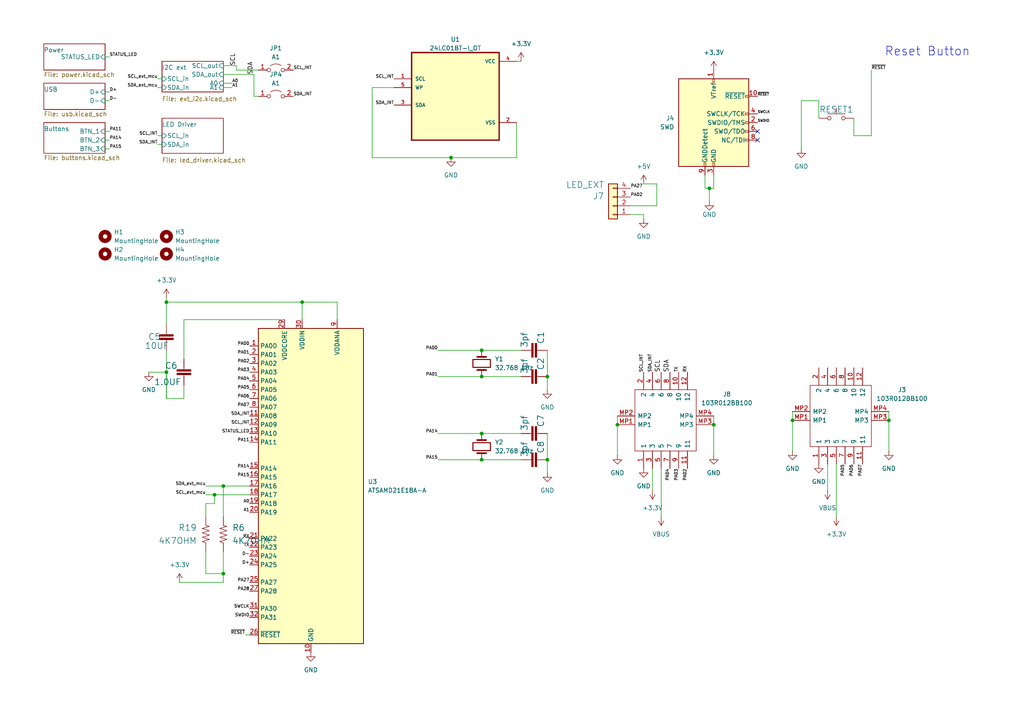
<source format=kicad_sch>
(kicad_sch (version 20231120) (generator "eeschema") (generator_version "8.0")
  (paper "A4")
  (lib_symbols
    (symbol "24LC01BT-I_OT:24LC01BT-I_OT" (pin_names (offset 1.016))
      (property "Reference" "U" (at -12.7 13.6906 0))
      (property "Value" "24LC01BT-I_OT" (at -12.7 -16.6878 0))
      (symbol "24LC01BT-I_OT_0_0"
        (rectangle (start -12.7 -12.7) (end 12.7 12.7) (stroke (width 0.4064)) (fill (type background)))
        (pin input line (at -17.78 5.08 0) (length 5.08) (name "SCL") (number "1"))
        (pin power_in line (at 17.78 -7.62 180) (length 5.08) (name "VSS") (number "2"))
        (pin bidirectional line (at -17.78 -2.54 0) (length 5.08) (name "SDA") (number "3"))
        (pin power_in line (at 17.78 10.16 180) (length 5.08) (name "VCC") (number "4"))
        (pin input line (at -17.78 2.54 0) (length 5.08) (name "WP") (number "5"))
      )
    )
    (symbol "Connector:Conn_ARM_JTAG_SWD_10" (pin_names (offset 1.016))
      (property "Reference" "J" (at -2.54 16.51 0))
      (property "Value" "Conn_ARM_JTAG_SWD_10" (at -2.54 13.97 0))
      (symbol "Conn_ARM_JTAG_SWD_10_0_1"
        (rectangle (start -10.16 12.7) (end 10.16 -12.7) (stroke (width 0.254)) (fill (type background)))
        (rectangle (start -2.794 -12.7) (end -2.286 -11.684))
        (rectangle (start -0.254 -12.7) (end 0.254 -11.684))
        (rectangle (start -0.254 12.7) (end 0.254 11.684))
        (rectangle (start 9.144 2.286) (end 10.16 2.794))
        (rectangle (start 10.16 -2.794) (end 9.144 -2.286))
        (rectangle (start 10.16 -0.254) (end 9.144 0.254))
        (rectangle (start 10.16 7.874) (end 9.144 7.366))
      )
      (symbol "Conn_ARM_JTAG_SWD_10_1_1"
        (rectangle (start 9.144 -5.334) (end 10.16 -4.826))
        (pin power_in line (at 0 15.24 270) (length 2.54) (name "VTref") (number "1"))
        (pin open_collector line (at 12.7 7.62 180) (length 2.54) (name "~{RESET}") (number "10"))
        (pin bidirectional line (at 12.7 0 180) (length 2.54) (name "SWDIO/TMS") (number "2"))
        (pin power_in line (at 0 -15.24 90) (length 2.54) (name "GND") (number "3"))
        (pin output line (at 12.7 2.54 180) (length 2.54) (name "SWCLK/TCK") (number "4"))
        (pin passive line (at 0 -15.24 90) (length 2.54) hide (name "GND") (number "5"))
        (pin input line (at 12.7 -2.54 180) (length 2.54) (name "SWO/TDO") (number "6"))
        (pin no_connect line (at -10.16 0 0) (length 2.54) hide (name "KEY") (number "7"))
        (pin output line (at 12.7 -5.08 180) (length 2.54) (name "NC/TDI") (number "8"))
        (pin passive line (at -2.54 -15.24 90) (length 2.54) (name "GNDDetect") (number "9"))
      )
    )
    (symbol "Connector_Generic:Conn_01x04" (pin_names (offset 1.016) hide)
      (property "Reference" "J" (at 0 5.08 0))
      (property "Value" "Conn_01x04" (at 0 -7.62 0))
      (symbol "Conn_01x04_1_1"
        (rectangle (start -1.27 -4.953) (end 0 -5.207) (stroke (width 0.1524)))
        (rectangle (start -1.27 -2.413) (end 0 -2.667) (stroke (width 0.1524)))
        (rectangle (start -1.27 0.127) (end 0 -0.127) (stroke (width 0.1524)))
        (rectangle (start -1.27 2.667) (end 0 2.413) (stroke (width 0.1524)))
        (rectangle (start -1.27 3.81) (end 1.27 -6.35) (stroke (width 0.254)) (fill (type background)))
        (pin passive line (at -5.08 2.54 0) (length 3.81) (name "Pin_1") (number "1"))
        (pin passive line (at -5.08 0 0) (length 3.81) (name "Pin_2") (number "2"))
        (pin passive line (at -5.08 -2.54 0) (length 3.81) (name "Pin_3") (number "3"))
        (pin passive line (at -5.08 -5.08 0) (length 3.81) (name "Pin_4") (number "4"))
      )
    )
    (symbol "Device:Crystal" (pin_numbers hide) (pin_names (offset 1.016) hide)
      (property "Reference" "Y" (at 0 3.81 0))
      (property "Value" "Crystal" (at 0 -3.81 0))
      (symbol "Crystal_0_1"
        (rectangle (start -1.143 2.54) (end 1.143 -2.54) (stroke (width 0.3048)))
        (polyline (pts (xy -2.54 0) (xy -1.905 0)))
        (polyline (pts (xy -1.905 -1.27) (xy -1.905 1.27)) (stroke (width 0.508)))
        (polyline (pts (xy 1.905 -1.27) (xy 1.905 1.27)) (stroke (width 0.508)))
        (polyline (pts (xy 2.54 0) (xy 1.905 0)))
      )
      (symbol "Crystal_1_1"
        (pin passive line (at -3.81 0 0) (length 1.27) (name "1") (number "1"))
        (pin passive line (at 3.81 0 180) (length 1.27) (name "2") (number "2"))
      )
    )
    (symbol "GND_1" (power) (pin_numbers hide) (pin_names (offset 0) hide)
      (property "Value" "GND" (at 0 -3.81 0))
      (symbol "GND_1_0_1"
        (polyline (pts (xy 0 0) (xy 0 -1.27) (xy 1.27 -1.27) (xy 0 -2.54) (xy -1.27 -1.27) (xy 0 -1.27)))
      )
      (symbol "GND_1_1_1"
        (pin power_in line (at 0 0 270) (length 0) (name "~") (number "1"))
      )
    )
    (symbol "Jumper:Jumper_2_Open" (pin_names (offset 0) hide)
      (property "Reference" "JP" (at 0 2.794 0))
      (property "Value" "Jumper_2_Open" (at 0 -2.286 0))
      (symbol "Jumper_2_Open_0_0"
        (circle (center -2.032 0) (radius 0.508))
        (circle (center 2.032 0) (radius 0.508))
      )
      (symbol "Jumper_2_Open_0_1"
        (arc (start 1.524 1.27) (mid 0 1.778) (end -1.524 1.27))
      )
      (symbol "Jumper_2_Open_1_1"
        (pin passive line (at -5.08 0 0) (length 2.54) (name "A") (number "1"))
        (pin passive line (at 5.08 0 180) (length 2.54) (name "B") (number "2"))
      )
    )
    (symbol "MCU_Microchip_SAMD:ATSAMD21E18A-A"
      (property "Reference" "U" (at -13.97 46.99 0))
      (property "Value" "ATSAMD21E18A-A" (at 16.51 46.99 0))
      (symbol "ATSAMD21E18A-A_1_1"
        (rectangle (start -15.24 45.72) (end 15.24 -45.72) (stroke (width 0.254)) (fill (type background)))
        (pin bidirectional line (at -17.78 40.64 0) (length 2.54) (name "PA00") (number "1"))
        (pin power_in line (at 0 -48.26 90) (length 2.54) (name "GND") (number "10"))
        (pin bidirectional line (at -17.78 20.32 0) (length 2.54) (name "PA08") (number "11"))
        (pin bidirectional line (at -17.78 17.78 0) (length 2.54) (name "PA09") (number "12"))
        (pin bidirectional line (at -17.78 15.24 0) (length 2.54) (name "PA10") (number "13"))
        (pin bidirectional line (at -17.78 12.7 0) (length 2.54) (name "PA11") (number "14"))
        (pin bidirectional line (at -17.78 5.08 0) (length 2.54) (name "PA14") (number "15"))
        (pin bidirectional line (at -17.78 2.54 0) (length 2.54) (name "PA15") (number "16"))
        (pin bidirectional line (at -17.78 0 0) (length 2.54) (name "PA16") (number "17"))
        (pin bidirectional line (at -17.78 -2.54 0) (length 2.54) (name "PA17") (number "18"))
        (pin bidirectional line (at -17.78 -5.08 0) (length 2.54) (name "PA18") (number "19"))
        (pin bidirectional line (at -17.78 38.1 0) (length 2.54) (name "PA01") (number "2"))
        (pin bidirectional line (at -17.78 -7.62 0) (length 2.54) (name "PA19") (number "20"))
        (pin bidirectional line (at -17.78 -15.24 0) (length 2.54) (name "PA22") (number "21"))
        (pin bidirectional line (at -17.78 -17.78 0) (length 2.54) (name "PA23") (number "22"))
        (pin bidirectional line (at -17.78 -20.32 0) (length 2.54) (name "PA24") (number "23"))
        (pin bidirectional line (at -17.78 -22.86 0) (length 2.54) (name "PA25") (number "24"))
        (pin bidirectional line (at -17.78 -27.94 0) (length 2.54) (name "PA27") (number "25"))
        (pin input line (at -17.78 -43.18 0) (length 2.54) (name "~{RESET}") (number "26"))
        (pin bidirectional line (at -17.78 -30.48 0) (length 2.54) (name "PA28") (number "27"))
        (pin passive line (at 0 -48.26 90) (length 2.54) hide (name "GND") (number "28"))
        (pin power_out line (at -7.62 48.26 270) (length 2.54) (name "VDDCORE") (number "29"))
        (pin bidirectional line (at -17.78 35.56 0) (length 2.54) (name "PA02") (number "3"))
        (pin power_in line (at -2.54 48.26 270) (length 2.54) (name "VDDIN") (number "30"))
        (pin bidirectional line (at -17.78 -35.56 0) (length 2.54) (name "PA30") (number "31"))
        (pin bidirectional line (at -17.78 -38.1 0) (length 2.54) (name "PA31") (number "32"))
        (pin bidirectional line (at -17.78 33.02 0) (length 2.54) (name "PA03") (number "4"))
        (pin bidirectional line (at -17.78 30.48 0) (length 2.54) (name "PA04") (number "5"))
        (pin bidirectional line (at -17.78 27.94 0) (length 2.54) (name "PA05") (number "6"))
        (pin bidirectional line (at -17.78 25.4 0) (length 2.54) (name "PA06") (number "7"))
        (pin bidirectional line (at -17.78 22.86 0) (length 2.54) (name "PA07") (number "8"))
        (pin power_in line (at 7.62 48.26 270) (length 2.54) (name "VDDANA") (number "9"))
      )
    )
    (symbol "Mechanical:MountingHole" (pin_names (offset 1.016))
      (property "Reference" "H" (at 0 5.08 0))
      (property "Value" "MountingHole" (at 0 3.175 0))
      (symbol "MountingHole_0_1"
        (circle (center 0 0) (radius 1.27) (stroke (width 1.27)))
      )
    )
    (symbol "SparkFun_Qwiic_Micro_SAMD21E-eagle-import:1.0UF-0402-16V-10%"
      (property "Reference" "C" (at 1.524 2.921 0))
      (symbol "1.0UF-0402-16V-10%_1_0"
        (rectangle (start -2.032 0.508) (end 2.032 1.016) (fill (type outline)))
        (rectangle (start -2.032 1.524) (end 2.032 2.032) (fill (type outline)))
        (polyline (pts (xy 0 0) (xy 0 0.508)) (stroke (width 0.1524)))
        (polyline (pts (xy 0 2.54) (xy 0 2.032)) (stroke (width 0.1524)))
        (pin passive line (at 0 5.08 270) (length 2.54) (name "1") (number "1"))
        (pin passive line (at 0 -2.54 90) (length 2.54) (name "2") (number "2"))
      )
    )
    (symbol "SparkFun_Qwiic_Micro_SAMD21E-eagle-import:10KOHM-0402-1/16W-1%"
      (property "Reference" "R" (at 0 1.524 0))
      (symbol "10KOHM-0402-1/16W-1%_1_0"
        (polyline (pts (xy -2.54 0) (xy -2.159 1.016)) (stroke (width 0.1524)))
        (polyline (pts (xy -2.159 1.016) (xy -1.524 -1.016)) (stroke (width 0.1524)))
        (polyline (pts (xy -1.524 -1.016) (xy -0.889 1.016)) (stroke (width 0.1524)))
        (polyline (pts (xy -0.889 1.016) (xy -0.254 -1.016)) (stroke (width 0.1524)))
        (polyline (pts (xy -0.254 -1.016) (xy 0.381 1.016)) (stroke (width 0.1524)))
        (polyline (pts (xy 0.381 1.016) (xy 1.016 -1.016)) (stroke (width 0.1524)))
        (polyline (pts (xy 1.016 -1.016) (xy 1.651 1.016)) (stroke (width 0.1524)))
        (polyline (pts (xy 1.651 1.016) (xy 2.286 -1.016)) (stroke (width 0.1524)))
        (polyline (pts (xy 2.286 -1.016) (xy 2.54 0)) (stroke (width 0.1524)))
        (pin passive line (at -5.08 0 0) (length 2.54) (name "1") (number "1"))
        (pin passive line (at 5.08 0 180) (length 2.54) (name "2") (number "2"))
      )
    )
    (symbol "SparkFun_Qwiic_Micro_SAMD21E-eagle-import:10UF-0603-6.3V-20%"
      (property "Reference" "C" (at 1.524 2.921 0))
      (symbol "10UF-0603-6.3V-20%_1_0"
        (rectangle (start -2.032 0.508) (end 2.032 1.016) (fill (type outline)))
        (rectangle (start -2.032 1.524) (end 2.032 2.032) (fill (type outline)))
        (polyline (pts (xy 0 0) (xy 0 0.508)) (stroke (width 0.1524)))
        (polyline (pts (xy 0 2.54) (xy 0 2.032)) (stroke (width 0.1524)))
        (pin passive line (at 0 5.08 270) (length 2.54) (name "1") (number "1"))
        (pin passive line (at 0 -2.54 90) (length 2.54) (name "2") (number "2"))
      )
    )
    (symbol "Switch:SW_Push" (pin_numbers hide) (pin_names (offset 1.016) hide)
      (property "Reference" "SW" (at 1.27 2.54 0))
      (property "Value" "SW_Push" (at 0 -1.524 0))
      (symbol "SW_Push_0_1"
        (circle (center -2.032 0) (radius 0.508))
        (polyline (pts (xy 0 1.27) (xy 0 3.048)))
        (polyline (pts (xy 2.54 1.27) (xy -2.54 1.27)))
        (circle (center 2.032 0) (radius 0.508))
        (pin passive line (at -5.08 0 0) (length 2.54) (name "1") (number "1"))
        (pin passive line (at 5.08 0 180) (length 2.54) (name "2") (number "2"))
      )
    )
    (symbol "mousser:103R012BB100" (pin_names (offset 0.762))
      (property "Reference" "J" (at 24.13 12.7 0))
      (property "Value" "103R012BB100" (at 24.13 10.16 0))
      (symbol "103R012BB100_0_0"
        (pin passive line (at 7.62 -15.24 90) (length 5.08) (name "1") (number "1"))
        (pin passive line (at 17.78 12.7 270) (length 5.08) (name "10") (number "10"))
        (pin passive line (at 20.32 -15.24 90) (length 5.08) (name "11") (number "11"))
        (pin passive line (at 20.32 12.7 270) (length 5.08) (name "12") (number "12"))
        (pin passive line (at 7.62 12.7 270) (length 5.08) (name "2") (number "2"))
        (pin passive line (at 10.16 -15.24 90) (length 5.08) (name "3") (number "3"))
        (pin passive line (at 10.16 12.7 270) (length 5.08) (name "4") (number "4"))
        (pin passive line (at 12.7 -15.24 90) (length 5.08) (name "5") (number "5"))
        (pin passive line (at 12.7 12.7 270) (length 5.08) (name "6") (number "6"))
        (pin passive line (at 15.24 -15.24 90) (length 5.08) (name "7") (number "7"))
        (pin passive line (at 15.24 12.7 270) (length 5.08) (name "8") (number "8"))
        (pin passive line (at 17.78 -15.24 90) (length 5.08) (name "9") (number "9"))
        (pin passive line (at 0 -2.54 0) (length 5.08) (name "MP1") (number "MP1"))
        (pin passive line (at 0 0 0) (length 5.08) (name "MP2") (number "MP2"))
        (pin passive line (at 27.94 -2.54 180) (length 5.08) (name "MP3") (number "MP3"))
        (pin passive line (at 27.94 0 180) (length 5.08) (name "MP4") (number "MP4"))
      )
      (symbol "103R012BB100_0_1"
        (polyline (pts (xy 5.08 7.62) (xy 22.86 7.62) (xy 22.86 -10.16) (xy 5.08 -10.16) (xy 5.08 7.62)) (stroke (width 0.1524)))
      )
    )
    (symbol "power:+3.3V" (power) (pin_names (offset 0))
      (property "Value" "+3.3V" (at 0 3.556 0))
      (symbol "+3.3V_0_1"
        (polyline (pts (xy -0.762 1.27) (xy 0 2.54)))
        (polyline (pts (xy 0 0) (xy 0 2.54)))
        (polyline (pts (xy 0 2.54) (xy 0.762 1.27)))
      )
      (symbol "+3.3V_1_1"
        (pin power_in line (at 0 0 90) (length 0) hide (name "+3.3V") (number "1"))
      )
    )
    (symbol "power:+5V" (power) (pin_names (offset 0))
      (property "Value" "+5V" (at 0 3.556 0))
      (symbol "+5V_0_1"
        (polyline (pts (xy -0.762 1.27) (xy 0 2.54)))
        (polyline (pts (xy 0 0) (xy 0 2.54)))
        (polyline (pts (xy 0 2.54) (xy 0.762 1.27)))
      )
      (symbol "+5V_1_1"
        (pin power_in line (at 0 0 90) (length 0) hide (name "+5V") (number "1"))
      )
    )
    (symbol "power:GND" (power) (pin_names (offset 0))
      (property "Value" "GND" (at 0 -3.81 0))
      (symbol "GND_0_1"
        (polyline (pts (xy 0 0) (xy 0 -1.27) (xy 1.27 -1.27) (xy 0 -2.54) (xy -1.27 -1.27) (xy 0 -1.27)))
      )
      (symbol "GND_1_1"
        (pin power_in line (at 0 0 270) (length 0) hide (name "GND") (number "1"))
      )
    )
    (symbol "power:VBUS" (power) (pin_numbers hide) (pin_names (offset 0) hide)
      (property "Value" "VBUS" (at 0 3.556 0))
      (symbol "VBUS_0_1"
        (polyline (pts (xy -0.762 1.27) (xy 0 2.54)))
        (polyline (pts (xy 0 0) (xy 0 2.54)))
        (polyline (pts (xy 0 2.54) (xy 0.762 1.27)))
      )
      (symbol "VBUS_1_1"
        (pin power_in line (at 0 0 90) (length 0) (name "~") (number "1"))
      )
    )
  )
  (junction (at 257.81 121.92))
  (junction (at 139.7 133.35))
  (junction (at 158.75 133.35))
  (junction (at 179.07 123.19))
  (junction (at 139.7 109.22))
  (junction (at 139.7 125.73))
  (junction (at 48.26 87.63))
  (junction (at 158.75 109.22))
  (junction (at 207.01 123.19))
  (junction (at 62.23 143.51))
  (junction (at 229.87 121.92))
  (junction (at 64.77 140.97))
  (junction (at 48.26 107.95))
  (junction (at 87.63 87.63))
  (junction (at 139.7 101.6))
  (junction (at 205.74 54.61))
  (junction (at 130.81 45.72))
  (junction (at 64.77 166.37))
  (no_connect (at 219.71 40.64))
  (no_connect (at 219.71 38.1))
  (wire (pts (xy 68.58 19.05) (xy 68.58 20.32)))
  (wire (pts (xy 149.86 35.56) (xy 149.86 45.72)))
  (wire (pts (xy 64.77 25.4) (xy 67.31 25.4)))
  (wire (pts (xy 186.69 62.23) (xy 186.69 63.5)))
  (wire (pts (xy 64.77 24.13) (xy 67.31 24.13)))
  (wire (pts (xy 62.23 143.51) (xy 72.39 143.51)))
  (wire (pts (xy 64.77 140.97) (xy 72.39 140.97)))
  (wire (pts (xy 64.77 21.59) (xy 73.66 21.59)))
  (wire (pts (xy 207.01 120.65) (xy 207.01 123.19)))
  (wire (pts (xy 59.69 143.51) (xy 62.23 143.51)))
  (wire (pts (xy 45.72 41.91) (xy 46.99 41.91)))
  (wire (pts (xy 190.5 53.34) (xy 186.69 53.34)))
  (wire (pts (xy 190.5 59.69) (xy 190.5 53.34)))
  (wire (pts (xy 204.47 50.8) (xy 204.47 54.61)))
  (wire (pts (xy 64.77 168.91) (xy 64.77 166.37)))
  (wire (pts (xy 139.7 125.73) (xy 151.13 125.73)))
  (wire (pts (xy 30.48 43.18) (xy 31.75 43.18)))
  (wire (pts (xy 82.55 92.71) (xy 53.34 92.71)))
  (wire (pts (xy 62.23 146.05) (xy 62.23 143.51)))
  (wire (pts (xy 59.69 160.02) (xy 59.69 166.37)))
  (wire (pts (xy 53.34 115.57) (xy 48.26 115.57)) (stroke (width 0.1524)))
  (wire (pts (xy 107.95 25.4) (xy 107.95 45.72)))
  (wire (pts (xy 107.95 45.72) (xy 130.81 45.72)))
  (wire (pts (xy 30.48 26.67) (xy 31.75 26.67)))
  (wire (pts (xy 68.58 20.32) (xy 74.93 20.32)))
  (wire (pts (xy 64.77 19.05) (xy 68.58 19.05)))
  (wire (pts (xy 232.41 29.21) (xy 232.41 43.18)) (stroke (width 0.1524)))
  (wire (pts (xy 48.26 107.95) (xy 48.26 115.57)))
  (wire (pts (xy 30.48 38.1) (xy 31.75 38.1)))
  (wire (pts (xy 45.72 22.86) (xy 46.99 22.86)))
  (wire (pts (xy 205.74 54.61) (xy 207.01 54.61)))
  (wire (pts (xy 158.75 133.35) (xy 158.75 137.16)))
  (wire (pts (xy 252.73 20.32) (xy 252.73 39.37)) (stroke (width 0.1524)))
  (wire (pts (xy 59.69 140.97) (xy 64.77 140.97)))
  (wire (pts (xy 229.87 119.38) (xy 229.87 121.92)))
  (wire (pts (xy 30.48 29.21) (xy 31.75 29.21)))
  (wire (pts (xy 247.65 39.37) (xy 252.73 39.37)))
  (wire (pts (xy 189.23 135.89) (xy 189.23 142.24)))
  (wire (pts (xy 127 133.35) (xy 139.7 133.35)))
  (wire (pts (xy 242.57 134.62) (xy 242.57 149.86)))
  (wire (pts (xy 59.69 149.86) (xy 59.69 146.05)))
  (wire (pts (xy 257.81 119.38) (xy 257.81 121.92)))
  (wire (pts (xy 48.26 86.36) (xy 48.26 87.63)) (stroke (width 0.1524)))
  (wire (pts (xy 179.07 120.65) (xy 179.07 123.19)))
  (wire (pts (xy 240.03 134.62) (xy 240.03 142.24)))
  (wire (pts (xy 72.39 184.15) (xy 71.12 184.15)))
  (wire (pts (xy 207.01 50.8) (xy 207.01 54.61)))
  (wire (pts (xy 53.34 111.76) (xy 53.34 115.57)) (stroke (width 0.1524)))
  (wire (pts (xy 64.77 160.02) (xy 64.77 166.37)))
  (wire (pts (xy 191.77 135.89) (xy 191.77 149.86)))
  (wire (pts (xy 205.74 54.61) (xy 205.74 58.42)))
  (wire (pts (xy 158.75 125.73) (xy 158.75 133.35)))
  (wire (pts (xy 247.65 34.29) (xy 247.65 39.37)))
  (wire (pts (xy 182.88 62.23) (xy 186.69 62.23)))
  (wire (pts (xy 48.26 107.95) (xy 48.26 115.57)) (stroke (width 0.1524)))
  (wire (pts (xy 48.26 107.95) (xy 48.26 101.6)) (stroke (width 0.1524)))
  (wire (pts (xy 237.49 29.21) (xy 237.49 34.29)) (stroke (width 0.1524)))
  (wire (pts (xy 52.07 168.91) (xy 64.77 168.91)))
  (wire (pts (xy 139.7 109.22) (xy 151.13 109.22)))
  (wire (pts (xy 130.81 45.72) (xy 149.86 45.72)))
  (wire (pts (xy 139.7 101.6) (xy 151.13 101.6)))
  (wire (pts (xy 59.69 146.05) (xy 62.23 146.05)))
  (wire (pts (xy 30.48 40.64) (xy 31.75 40.64)))
  (wire (pts (xy 53.34 95.25) (xy 53.34 104.14)) (stroke (width 0.1524)))
  (wire (pts (xy 207.01 123.19) (xy 207.01 132.08)))
  (wire (pts (xy 229.87 121.92) (xy 229.87 130.81)))
  (wire (pts (xy 158.75 109.22) (xy 158.75 113.03)))
  (wire (pts (xy 149.86 17.78) (xy 151.13 17.78)))
  (wire (pts (xy 232.41 29.21) (xy 237.49 29.21)) (stroke (width 0.1524)))
  (wire (pts (xy 205.74 54.61) (xy 204.47 54.61)))
  (wire (pts (xy 73.66 21.59) (xy 73.66 27.94)))
  (wire (pts (xy 48.26 87.63) (xy 87.63 87.63)))
  (wire (pts (xy 139.7 133.35) (xy 151.13 133.35)))
  (wire (pts (xy 179.07 123.19) (xy 179.07 132.08)))
  (wire (pts (xy 87.63 87.63) (xy 87.63 92.71)))
  (wire (pts (xy 114.3 25.4) (xy 107.95 25.4)))
  (wire (pts (xy 127 109.22) (xy 139.7 109.22)))
  (wire (pts (xy 43.18 107.95) (xy 48.26 107.95)))
  (wire (pts (xy 182.88 59.69) (xy 190.5 59.69)))
  (wire (pts (xy 257.81 121.92) (xy 257.81 130.81)))
  (wire (pts (xy 53.34 92.71) (xy 53.34 95.25)))
  (wire (pts (xy 48.26 87.63) (xy 48.26 93.98)) (stroke (width 0.1524)))
  (wire (pts (xy 97.79 87.63) (xy 97.79 92.71)))
  (wire (pts (xy 30.48 16.51) (xy 31.75 16.51)))
  (wire (pts (xy 45.72 39.37) (xy 46.99 39.37)))
  (wire (pts (xy 127 101.6) (xy 139.7 101.6)))
  (wire (pts (xy 45.72 25.4) (xy 46.99 25.4)))
  (wire (pts (xy 127 125.73) (xy 139.7 125.73)))
  (wire (pts (xy 64.77 140.97) (xy 64.77 149.86)))
  (wire (pts (xy 158.75 101.6) (xy 158.75 109.22)))
  (wire (pts (xy 73.66 27.94) (xy 74.93 27.94)))
  (wire (pts (xy 87.63 87.63) (xy 97.79 87.63)))
  (wire (pts (xy 59.69 166.37) (xy 64.77 166.37)))
  (text "Reset Button" (at 256.54 16.51 0) (effects (font (size 2.54 2.54)) (justify left bottom)))
  (label "SWCLK" (at 219.71 33.02 0) (effects (font (size 0.7112 0.7112))))
  (label "A1" (at 72.39 148.59 180) (effects (font (size 0.889 0.889))))
  (label "PA06" (at 72.39 115.57 180) (effects (font (size 0.889 0.889))))
  (label "~{RESET}" (at 71.12 184.15 180) (effects (font (size 0.889 0.889))))
  (label "PA04" (at 72.39 110.49 180) (effects (font (size 0.889 0.889))))
  (label "D+" (at 31.75 26.67 0) (effects (font (size 0.889 0.889))))
  (label "PA02" (at 199.39 135.89 270) (effects (font (size 0.889 0.889))))
  (label "~{RESET}" (at 219.71 27.94 0) (effects (font (size 0.7112 0.7112))))
  (label "PA02" (at 182.88 57.15 0) (effects (font (size 0.889 0.889))))
  (label "SDA_INT" (at 114.3 30.48 180) (effects (font (size 0.889 0.889))))
  (label "SCL" (at 191.77 107.95 90))
  (label "STATUS_LED" (at 31.75 16.51 0) (effects (font (size 0.889 0.889))))
  (label "SDA" (at 73.66 21.59 90))
  (label "PA04" (at 194.31 135.89 270) (effects (font (size 0.889 0.889))))
  (label "PA27" (at 182.88 54.61 0) (effects (font (size 0.889 0.889))))
  (label "PA28" (at 72.39 171.45 180) (effects (font (size 0.889 0.889))))
  (label "PA27" (at 72.39 168.91 180) (effects (font (size 0.889 0.889))))
  (label "SCL_INT" (at 72.39 123.19 180) (effects (font (size 0.889 0.889))))
  (label "SDA_INT" (at 189.23 107.95 90) (effects (font (size 0.889 0.889))))
  (label "PA01" (at 127 109.22 180) (effects (font (size 0.889 0.889))))
  (label "PA00" (at 127 101.6 180) (effects (font (size 0.889 0.889))))
  (label "SDA_ext_mcu" (at 45.72 25.4 180) (effects (font (size 0.889 0.889))))
  (label "PA05" (at 245.11 134.62 270) (effects (font (size 0.889 0.889))))
  (label "SCL" (at 68.58 19.05 90))
  (label "PA07" (at 250.19 134.62 270) (effects (font (size 0.889 0.889))))
  (label "D+" (at 72.39 163.83 180) (effects (font (size 0.889 0.889))))
  (label "SDA_INT" (at 72.39 120.65 180) (effects (font (size 0.889 0.889))))
  (label "PA07" (at 72.39 118.11 180) (effects (font (size 0.889 0.889))))
  (label "TX" (at 196.85 107.95 90) (effects (font (size 0.889 0.889))))
  (label "PA11" (at 72.39 128.27 180) (effects (font (size 0.889 0.889))))
  (label "A0" (at 67.31 24.13 0) (effects (font (size 0.889 0.889))))
  (label "RX" (at 72.39 156.21 180) (effects (font (size 0.889 0.889))))
  (label "PA15" (at 31.75 43.18 0) (effects (font (size 0.889 0.889))))
  (label "RX" (at 199.39 107.95 90) (effects (font (size 0.889 0.889))))
  (label "PA03" (at 72.39 107.95 180) (effects (font (size 0.889 0.889))))
  (label "SDA_ext_mcu" (at 59.69 140.97 180) (effects (font (size 0.889 0.889))))
  (label "~{RESET}" (at 252.73 20.32 0) (effects (font (size 0.889 0.889))))
  (label "SCL_INT" (at 186.69 107.95 90) (effects (font (size 0.889 0.889))))
  (label "SCL_INT" (at 85.09 20.32 0) (effects (font (size 0.889 0.889))))
  (label "SCL_ext_mcu" (at 59.69 143.51 180) (effects (font (size 0.889 0.889))))
  (label "PA15" (at 72.39 138.43 180) (effects (font (size 0.889 0.889))))
  (label "SDA" (at 194.31 107.95 90))
  (label "SCL_ext_mcu" (at 45.72 22.86 180) (effects (font (size 0.889 0.889))))
  (label "PA00" (at 72.39 100.33 180) (effects (font (size 0.889 0.889))))
  (label "PA02" (at 72.39 105.41 180) (effects (font (size 0.889 0.889))))
  (label "D-" (at 72.39 161.29 180) (effects (font (size 0.889 0.889))))
  (label "PA06" (at 247.65 134.62 270) (effects (font (size 0.889 0.889))))
  (label "D-" (at 31.75 29.21 0) (effects (font (size 0.889 0.889))))
  (label "PA15" (at 127 133.35 180) (effects (font (size 0.889 0.889))))
  (label "PA03" (at 196.85 135.89 270) (effects (font (size 0.889 0.889))))
  (label "SWCLK" (at 72.39 176.53 180) (effects (font (size 0.889 0.889))))
  (label "STATUS_LED" (at 72.39 125.73 180) (effects (font (size 0.889 0.889))))
  (label "SDA_INT" (at 85.09 27.94 0) (effects (font (size 0.889 0.889))))
  (label "PA14" (at 72.39 135.89 180) (effects (font (size 0.889 0.889))))
  (label "SCL_INT" (at 45.72 39.37 180) (effects (font (size 0.889 0.889))))
  (label "A1" (at 67.31 25.4 0) (effects (font (size 0.889 0.889))))
  (label "PA14" (at 127 125.73 180) (effects (font (size 0.889 0.889))))
  (label "SDA_INT" (at 45.72 41.91 180) (effects (font (size 0.889 0.889))))
  (label "PA11" (at 31.75 38.1 0) (effects (font (size 0.889 0.889))))
  (label "PA05" (at 72.39 113.03 180) (effects (font (size 0.889 0.889))))
  (label "TX" (at 72.39 158.75 180) (effects (font (size 0.889 0.889))))
  (label "SWDIO" (at 72.39 179.07 180) (effects (font (size 0.889 0.889))))
  (label "A0" (at 72.39 146.05 180) (effects (font (size 0.889 0.889))))
  (label "PA01" (at 72.39 102.87 180) (effects (font (size 0.889 0.889))))
  (label "PA14" (at 31.75 40.64 0) (effects (font (size 0.889 0.889))))
  (label "SWDIO" (at 219.71 35.56 0) (effects (font (size 0.7112 0.7112))))
  (label "SCL_INT" (at 114.3 22.86 180) (effects (font (size 0.889 0.889))))
  (symbol (lib_id "SparkFun_Qwiic_Micro_SAMD21E-eagle-import:1.0UF-0402-16V-10%") (at 156.21 109.22 90) (unit 1)
    (property "Reference" "C2" (at 157.861 107.442 0) (effects (font (size 1.778 1.778)) (justify left bottom)))
    (property "Value" "3pf" (at 153.1112 108.4801 0) (effects (font (size 1.778 1.778)) (justify left bottom)))
    (property "Footprint" "Capacitor_SMD:C_0805_2012Metric" (effects (hide yes)))
    (property "Mouser Part Number" "187-CL21B105KAFNNNE" (effects (hide yes)))
  )
  (symbol (lib_id "power:+3.3V") (at 151.13 17.78 0) (unit 1)
    (property "Reference" "#PWR07" (effects (hide yes)))
    (property "Value" "+3.3V" (at 151.13 12.7 0))
  )
  (symbol (lib_id "SparkFun_Qwiic_Micro_SAMD21E-eagle-import:10KOHM-0402-1/16W-1%") (at 59.69 154.94 90) (unit 1)
    (property "Reference" "R19" (at 57.15 153.035 90) (effects (font (size 1.778 1.778)) (justify left)))
    (property "Value" "4K7OHM" (at 57.15 156.845 90) (effects (font (size 1.778 1.778)) (justify left)))
    (property "Footprint" "Resistor_SMD:R_0805_2012Metric_Pad1.20x1.40mm_HandSolder" (effects (hide yes)))
    (property "Mouser Part Number" "708-RMCF0805FT4K70" (effects (hide yes)))
  )
  (symbol (lib_name "GND_1") (lib_id "power:GND") (at 158.75 137.16 0) (unit 1)
    (property "Reference" "#PWR048" (effects (hide yes)))
    (property "Value" "GND" (at 158.75 142.24 0))
    (property "Description" "Power symbol creates a global label with name \"GND\" , ground" (effects (hide yes)))
  )
  (symbol (lib_id "Device:Crystal") (at 139.7 129.54 90) (unit 1)
    (property "Reference" "Y2" (at 143.51 128.2699 90) (effects (justify right)))
    (property "Value" "32.768 kHz" (at 143.51 130.8099 90) (effects (justify right)))
    (property "Footprint" "Crystal:Crystal_SMD_MicroCrystal_CC8V-T1A-2Pin_2.0x1.2mm" (effects (hide yes)))
    (property "Description" "Two pin crystal" (effects (hide yes)))
    (property "Mouser Part Number" "815-ABS06-32.768K-T" (effects (hide yes)))
  )
  (symbol (lib_id "SparkFun_Qwiic_Micro_SAMD21E-eagle-import:10UF-0603-6.3V-20%") (at 48.26 99.06 0) (unit 1)
    (property "Reference" "C5" (at 42.926 98.679 0) (effects (font (size 1.778 1.778)) (justify left bottom)))
    (property "Value" "10UF" (at 41.9464 101.2952 0) (effects (font (size 1.778 1.778)) (justify left bottom)))
    (property "Footprint" "Capacitor_SMD:C_0805_2012Metric_Pad1.18x1.45mm_HandSolder" (effects (hide yes)))
    (property "Mouser Part Number" "187-CL21A106KOQNNNG" (effects (hide yes)))
  )
  (symbol (lib_name "GND_1") (lib_id "power:GND") (at 207.01 132.08 0) (unit 1)
    (property "Reference" "#PWR034" (effects (hide yes)))
    (property "Value" "GND" (at 207.01 137.16 0))
    (property "Description" "Power symbol creates a global label with name \"GND\" , ground" (effects (hide yes)))
  )
  (symbol (lib_id "power:+5V") (at 186.69 53.34 0) (unit 1)
    (property "Reference" "#PWR027" (effects (hide yes)))
    (property "Value" "+5V" (at 186.69 48.26 0))
  )
  (symbol (lib_id "power:+3.3V") (at 189.23 142.24 180) (unit 1)
    (property "Reference" "#PWR08" (effects (hide yes)))
    (property "Value" "+3.3V" (at 189.23 147.32 0))
  )
  (symbol (lib_id "power:VBUS") (at 191.77 149.86 180) (unit 1)
    (property "Reference" "#PWR015" (effects (hide yes)))
    (property "Value" "VBUS" (at 191.77 154.94 0))
    (property "Description" "Power symbol creates a global label with name \"VBUS\"" (effects (hide yes)))
  )
  (symbol (lib_id "power:GND") (at 186.69 63.5 0) (unit 1)
    (property "Reference" "#PWR010" (effects (hide yes)))
    (property "Value" "GND" (at 186.69 68.58 0))
  )
  (symbol (lib_id "Connector:Conn_ARM_JTAG_SWD_10") (at 207.01 35.56 0) (unit 1)
    (property "Reference" "J4" (at 195.58 34.29 0) (effects (justify right)))
    (property "Value" "SWD" (at 195.58 36.83 0) (effects (justify right)))
    (property "Footprint" "Connector_PinSocket_1.27mm:PinSocket_2x05_P1.27mm_Vertical" (effects (hide yes)))
    (property "Datasheet" "http://infocenter.arm.com/help/topic/com.arm.doc.ddi0314h/DDI0314H_coresight_components_trm.pdf" (effects (hide yes)))
  )
  (symbol (lib_id "SparkFun_Qwiic_Micro_SAMD21E-eagle-import:1.0UF-0402-16V-10%") (at 156.21 125.73 90) (unit 1)
    (property "Reference" "C7" (at 157.861 123.952 0) (effects (font (size 1.778 1.778)) (justify left bottom)))
    (property "Value" "3pf" (at 153.1112 124.9901 0) (effects (font (size 1.778 1.778)) (justify left bottom)))
    (property "Footprint" "Capacitor_SMD:C_0805_2012Metric" (effects (hide yes)))
    (property "Mouser Part Number" "187-CL21B105KAFNNNE" (effects (hide yes)))
  )
  (symbol (lib_id "Mechanical:MountingHole") (at 30.48 68.58 0) (unit 1) (in_bom no)
    (property "Reference" "H1" (at 33.02 67.31 0) (effects (justify left)))
    (property "Value" "MountingHole" (at 33.02 69.85 0) (effects (justify left)))
    (property "Footprint" "MountingHole:MountingHole_3.2mm_M3_DIN965" (effects (hide yes)))
  )
  (symbol (lib_name "GND_1") (lib_id "power:GND") (at 158.75 113.03 0) (unit 1)
    (property "Reference" "#PWR032" (effects (hide yes)))
    (property "Value" "GND" (at 158.75 118.11 0))
    (property "Description" "Power symbol creates a global label with name \"GND\" , ground" (effects (hide yes)))
  )
  (symbol (lib_name "GND_1") (lib_id "power:GND") (at 257.81 130.81 0) (unit 1)
    (property "Reference" "#PWR047" (effects (hide yes)))
    (property "Value" "GND" (at 257.81 135.89 0))
    (property "Description" "Power symbol creates a global label with name \"GND\" , ground" (effects (hide yes)))
  )
  (symbol (lib_name "GND_1") (lib_id "power:GND") (at 186.69 135.89 0) (unit 1)
    (property "Reference" "#PWR03" (effects (hide yes)))
    (property "Value" "GND" (at 186.69 140.97 0))
    (property "Description" "Power symbol creates a global label with name \"GND\" , ground" (effects (hide yes)))
  )
  (symbol (lib_id "Connector_Generic:Conn_01x04") (at 177.8 59.69 180) (unit 1)
    (property "Reference" "J7" (at 175.26 55.88 0) (effects (font (size 1.778 1.778)) (justify left bottom)))
    (property "Value" "LED_EXT" (at 175.26 54.61 0) (effects (font (size 1.778 1.778)) (justify left top)))
    (property "Footprint" "SnapEDA Library:SPARKFUN_PRT-14417" (effects (hide yes)))
    (property "Mouser Part Number" "485-4328" (effects (hide yes)))
  )
  (symbol (lib_id "power:GND") (at 205.74 58.42 0) (unit 1)
    (property "Reference" "#PWR012" (effects (hide yes)))
    (property "Value" "GND" (at 205.74 62.23 0))
  )
  (symbol (lib_id "Mechanical:MountingHole") (at 48.26 73.66 0) (unit 1) (in_bom no)
    (property "Reference" "H4" (at 50.8 72.39 0) (effects (justify left)))
    (property "Value" "MountingHole" (at 50.8 74.93 0) (effects (justify left)))
    (property "Footprint" "MountingHole:MountingHole_3.2mm_M3_DIN965" (effects (hide yes)))
  )
  (symbol (lib_id "power:GND") (at 43.18 107.95 0) (unit 1)
    (property "Reference" "#PWR02" (effects (hide yes)))
    (property "Value" "GND" (at 43.18 113.03 0))
  )
  (symbol (lib_name "GND_1") (lib_id "power:GND") (at 237.49 134.62 0) (unit 1)
    (property "Reference" "#PWR026" (effects (hide yes)))
    (property "Value" "GND" (at 237.49 139.7 0))
    (property "Description" "Power symbol creates a global label with name \"GND\" , ground" (effects (hide yes)))
  )
  (symbol (lib_name "GND_1") (lib_id "power:GND") (at 179.07 132.08 0) (unit 1)
    (property "Reference" "#PWR033" (effects (hide yes)))
    (property "Value" "GND" (at 179.07 137.16 0))
    (property "Description" "Power symbol creates a global label with name \"GND\" , ground" (effects (hide yes)))
  )
  (symbol (lib_id "SparkFun_Qwiic_Micro_SAMD21E-eagle-import:1.0UF-0402-16V-10%") (at 156.21 133.35 90) (unit 1)
    (property "Reference" "C8" (at 157.861 131.572 0) (effects (font (size 1.778 1.778)) (justify left bottom)))
    (property "Value" "3pf" (at 153.1112 132.6101 0) (effects (font (size 1.778 1.778)) (justify left bottom)))
    (property "Footprint" "Capacitor_SMD:C_0805_2012Metric" (effects (hide yes)))
    (property "Mouser Part Number" "187-CL21B105KAFNNNE" (effects (hide yes)))
  )
  (symbol (lib_id "24LC01BT-I_OT:24LC01BT-I_OT") (at 132.08 27.94 0) (unit 1)
    (property "Reference" "U1" (at 132.08 11.43 0))
    (property "Value" "24LC01BT-I_OT" (at 132.08 13.97 0))
    (property "Footprint" "Package_TO_SOT_SMD:SOT-353_SC-70-5" (effects (hide yes)))
    (property "Mouser Part Number" "579-24LC01BT-I/OT" (effects (hide yes)))
  )
  (symbol (lib_id "power:GND") (at 130.81 45.72 0) (unit 1)
    (property "Reference" "#PWR041" (effects (hide yes)))
    (property "Value" "GND" (at 130.81 50.8 0))
  )
  (symbol (lib_id "power:VBUS") (at 240.03 142.24 180) (unit 1)
    (property "Reference" "#PWR043" (effects (hide yes)))
    (property "Value" "VBUS" (at 240.03 147.32 0))
    (property "Description" "Power symbol creates a global label with name \"VBUS\"" (effects (hide yes)))
  )
  (symbol (lib_id "power:+3.3V") (at 52.07 168.91 0) (unit 1)
    (property "Reference" "#PWR035" (effects (hide yes)))
    (property "Value" "+3.3V" (at 52.07 163.83 0))
  )
  (symbol (lib_id "Mechanical:MountingHole") (at 30.48 73.66 0) (unit 1) (in_bom no)
    (property "Reference" "H2" (at 33.02 72.39 0) (effects (justify left)))
    (property "Value" "MountingHole" (at 33.02 74.93 0) (effects (justify left)))
    (property "Footprint" "MountingHole:MountingHole_3.2mm_M3_DIN965" (effects (hide yes)))
  )
  (symbol (lib_id "mousser:103R012BB100") (at 229.87 119.38 0) (unit 1)
    (property "Reference" "J3" (at 261.62 113.0614 0))
    (property "Value" "103R012BB100" (at 261.62 115.6014 0))
    (property "Footprint" "mouser:103R012BB100" (effects (hide yes)))
    (property "Datasheet" "https://cdn.amphenol-cs.com/media/wysiwyg/files/drawing/103rxxxbb10x.pdf" (effects (hide yes)))
    (property "Description" "12 Position Connector Receptacle, Center Strip Contacts Surface Mount Gold" (effects (hide yes)))
    (property "Height" "0.68" (effects (hide yes)))
    (property "Mouser Part Number" "649-103R012BB100" (effects (hide yes)))
    (property "Mouser Price/Stock" "https://www.mouser.co.uk/ProductDetail/Amphenol-Aorora/103R012BB100?qs=pBJMDPsKWf3jqgnw7u7Lpg%3D%3D" (effects (hide yes)))
    (property "Manufacturer_Name" "Amphenol" (effects (hide yes)))
    (property "Manufacturer_Part_Number" "103R012BB100" (effects (hide yes)))
  )
  (symbol (lib_id "SparkFun_Qwiic_Micro_SAMD21E-eagle-import:1.0UF-0402-16V-10%") (at 53.34 106.68 180) (unit 1)
    (property "Reference" "C6" (at 51.562 105.029 0) (effects (font (size 1.778 1.778)) (justify left bottom)))
    (property "Value" "1.0UF" (at 52.6001 109.7788 0) (effects (font (size 1.778 1.778)) (justify left bottom)))
    (property "Footprint" "Capacitor_SMD:C_0805_2012Metric_Pad1.18x1.45mm_HandSolder" (effects (hide yes)))
    (property "Mouser Part Number" "187-CL21B105KAFNNNE" (effects (hide yes)))
  )
  (symbol (lib_id "power:GND") (at 232.41 43.18 0) (unit 1)
    (property "Reference" "#PWR011" (effects (hide yes)))
    (property "Value" "GND" (at 232.41 48.26 0))
  )
  (symbol (lib_id "SparkFun_Qwiic_Micro_SAMD21E-eagle-import:10KOHM-0402-1/16W-1%") (at 64.77 154.94 90) (unit 1)
    (property "Reference" "R6" (at 67.31 153.035 90) (effects (font (size 1.778 1.778)) (justify right)))
    (property "Value" "4K7OHM" (at 67.31 156.845 90) (effects (font (size 1.778 1.778)) (justify right)))
    (property "Footprint" "Resistor_SMD:R_0805_2012Metric_Pad1.20x1.40mm_HandSolder" (effects (hide yes)))
    (property "Mouser Part Number" "708-RMCF0805FT4K70" (effects (hide yes)))
  )
  (symbol (lib_name "GND_1") (lib_id "power:GND") (at 229.87 130.81 0) (unit 1)
    (property "Reference" "#PWR020" (effects (hide yes)))
    (property "Value" "GND" (at 229.87 135.89 0))
    (property "Description" "Power symbol creates a global label with name \"GND\" , ground" (effects (hide yes)))
  )
  (symbol (lib_id "power:+3.3V") (at 207.01 20.32 0) (unit 1)
    (property "Reference" "#PWR028" (effects (hide yes)))
    (property "Value" "+3.3V" (at 207.01 15.24 0))
  )
  (symbol (lib_id "Mechanical:MountingHole") (at 48.26 68.58 0) (unit 1) (in_bom no)
    (property "Reference" "H3" (at 50.8 67.31 0) (effects (justify left)))
    (property "Value" "MountingHole" (at 50.8 69.85 0) (effects (justify left)))
    (property "Footprint" "MountingHole:MountingHole_3.2mm_M3_DIN965" (effects (hide yes)))
  )
  (symbol (lib_id "mousser:103R012BB100") (at 179.07 120.65 0) (unit 1)
    (property "Reference" "J8" (at 210.82 114.3314 0))
    (property "Value" "103R012BB100" (at 210.82 116.8714 0))
    (property "Footprint" "mouser:103R012BB100" (effects (hide yes)))
    (property "Datasheet" "https://cdn.amphenol-cs.com/media/wysiwyg/files/drawing/103rxxxbb10x.pdf" (effects (hide yes)))
    (property "Description" "12 Position Connector Receptacle, Center Strip Contacts Surface Mount Gold" (effects (hide yes)))
    (property "Height" "0.68" (effects (hide yes)))
    (property "Mouser Part Number" "649-103R012BB100" (effects (hide yes)))
    (property "Mouser Price/Stock" "https://www.mouser.co.uk/ProductDetail/Amphenol-Aorora/103R012BB100?qs=pBJMDPsKWf3jqgnw7u7Lpg%3D%3D" (effects (hide yes)))
    (property "Manufacturer_Name" "Amphenol" (effects (hide yes)))
    (property "Manufacturer_Part_Number" "103R012BB100" (effects (hide yes)))
  )
  (symbol (lib_id "power:GND") (at 90.17 189.23 0) (unit 1)
    (property "Reference" "#PWR016" (effects (hide yes)))
    (property "Value" "GND" (at 90.17 194.31 0))
  )
  (symbol (lib_id "power:+3.3V") (at 242.57 149.86 180) (unit 1)
    (property "Reference" "#PWR038" (effects (hide yes)))
    (property "Value" "+3.3V" (at 242.57 154.94 0))
  )
  (symbol (lib_id "Jumper:Jumper_2_Open") (at 80.01 20.32 0) (unit 1)
    (property "Reference" "JP1" (at 80.01 13.97 0))
    (property "Value" "A1" (at 80.01 16.51 0))
    (property "Footprint" "Jumper:SolderJumper-2_P1.3mm_Open_RoundedPad1.0x1.5mm" (effects (hide yes)))
  )
  (symbol (lib_id "SparkFun_Qwiic_Micro_SAMD21E-eagle-import:1.0UF-0402-16V-10%") (at 156.21 101.6 90) (unit 1)
    (property "Reference" "C1" (at 157.861 99.822 0) (effects (font (size 1.778 1.778)) (justify left bottom)))
    (property "Value" "3pf" (at 153.1112 100.8601 0) (effects (font (size 1.778 1.778)) (justify left bottom)))
    (property "Footprint" "Capacitor_SMD:C_0805_2012Metric" (effects (hide yes)))
    (property "Mouser Part Number" "187-CL21B105KAFNNNE" (effects (hide yes)))
  )
  (symbol (lib_id "Device:Crystal") (at 139.7 105.41 90) (unit 1)
    (property "Reference" "Y1" (at 143.51 104.1399 90) (effects (justify right)))
    (property "Value" "32.768 kHz" (at 143.51 106.6799 90) (effects (justify right)))
    (property "Footprint" "Crystal:Crystal_SMD_MicroCrystal_CC8V-T1A-2Pin_2.0x1.2mm" (effects (hide yes)))
    (property "Description" "Two pin crystal" (effects (hide yes)))
    (property "Mouser Part Number" "815-ABS06-32.768K-T" (effects (hide yes)))
  )
  (symbol (lib_id "Jumper:Jumper_2_Open") (at 80.01 27.94 0) (unit 1)
    (property "Reference" "JP4" (at 80.01 21.59 0))
    (property "Value" "A1" (at 80.01 24.13 0))
    (property "Footprint" "Jumper:SolderJumper-2_P1.3mm_Open_RoundedPad1.0x1.5mm" (effects (hide yes)))
  )
  (symbol (lib_id "power:+3.3V") (at 48.26 86.36 0) (unit 1)
    (property "Reference" "#PWR017" (effects (hide yes)))
    (property "Value" "+3.3V" (at 48.26 81.28 0))
  )
  (symbol (lib_id "Switch:SW_Push") (at 242.57 34.29 0) (unit 1)
    (property "Reference" "RESET1" (at 242.57 32.766 0) (effects (font (size 1.778 1.778)) (justify bottom)))
    (property "Value" "TL3305AF160QG" (effects (hide yes)))
    (property "Footprint" "mouser:B3U-1000P" (effects (hide yes)))
    (property "Description" "Push button switch, generic, two pins" (effects (hide yes)))
    (property "PARTREV" "C" (effects (hide yes)))
    (property "SNAPEDA_PN" "TL3305AF160QG" (effects (hide yes)))
    (property "MANUFACTURER" "E-Switch" (effects (hide yes)))
    (property "MAXIMUM_PACKAGE_HEIGHT" "3.8 mm" (effects (hide yes)))
    (property "STANDARD" "Manufacturer Recommendations" (effects (hide yes)))
    (property "Mouser Part Number" "653-B3U-1000P" (effects (hide yes)))
  )
  (symbol (lib_id "MCU_Microchip_SAMD:ATSAMD21E18A-A") (at 90.17 140.97 0) (unit 1)
    (property "Reference" "U3" (at 106.68 139.7 0) (effects (justify left)))
    (property "Value" "ATSAMD21E18A-A" (at 106.68 142.24 0) (effects (justify left)))
    (property "Footprint" "Package_DFN_QFN:QFN-32-1EP_5x5mm_P0.5mm_EP3.3x3.3mm" (effects (hide yes)))
    (property "Datasheet" "http://ww1.microchip.com/downloads/en/DeviceDoc/SAM_D21_DA1_Family_Data%20Sheet_DS40001882E.pdf" (effects (hide yes)))
    (property "Mouser Part Number" "556-ATSAMD21E18A-MUT" (effects (hide yes)))
  )
  (sheet (at 46.99 17.78) (size 17.78 8.89) (stroke (width 0.1524))
    (property "Sheetname" "I2C ext" (at 46.99 20.32 0) (effects (justify left bottom)))
    (property "Sheetfile" "ext_i2c.kicad_sch" (at 46.99 27.94 0) (effects (justify left top)))
    (pin "SDA_out" input (at 64.77 21.59 0))
    (pin "SCL_out" input (at 64.77 19.05 0))
    (pin "SCL_in" input (at 46.99 22.86 180))
    (pin "SDA_in" input (at 46.99 25.4 180))
    (pin "A1" input (at 64.77 25.4 0))
    (pin "A0" input (at 64.77 24.13 0))
  )
  (sheet (at 46.99 34.29) (size 17.78 10.16) (stroke (width 0.1524))
    (property "Sheetname" "LED Driver" (at 46.99 36.83 0) (effects (justify left bottom)))
    (property "Sheetfile" "led_driver.kicad_sch" (at 46.99 45.72 0) (effects (justify left top)))
    (pin "SCL_in" input (at 46.99 39.37 180))
    (pin "SDA_in" input (at 46.99 41.91 180))
  )
  (sheet (at 12.7 12.7) (size 17.78 7.62) (stroke (width 0.1524))
    (property "Sheetname" "Power" (at 12.7 15.24 0) (effects (justify left bottom)))
    (property "Sheetfile" "power.kicad_sch" (at 12.7 20.9046 0) (effects (justify left top)))
    (pin "STATUS_LED" input (at 30.48 16.51 0))
  )
  (sheet (at 12.7 24.13) (size 17.78 7.62) (stroke (width 0.1524))
    (property "Sheetname" "USB" (at 12.7 26.67 0) (effects (justify left bottom)))
    (property "Sheetfile" "usb.kicad_sch" (at 12.7 32.3346 0) (effects (justify left top)))
    (pin "D-" input (at 30.48 29.21 0))
    (pin "D+" input (at 30.48 26.67 0))
  )
  (sheet (at 12.7 35.56) (size 17.78 8.89) (stroke (width 0.1524))
    (property "Sheetname" "Buttons" (at 12.7 38.1 0) (effects (justify left bottom)))
    (property "Sheetfile" "buttons.kicad_sch" (at 12.7 45.0346 0) (effects (justify left top)))
    (pin "BTN_2" input (at 30.48 40.64 0))
    (pin "BTN_3" input (at 30.48 43.18 0))
    (pin "BTN_1" input (at 30.48 38.1 0))
  )
)
</source>
